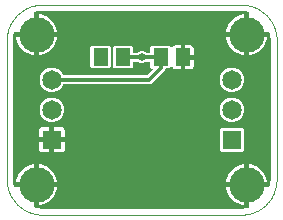
<source format=gbl>
G04 EAGLE Gerber RS-274X export*
G75*
%MOMM*%
%FSLAX35Y35*%
%LPD*%
%INcopper_bottom*%
%IPPOS*%
%AMOC8*
5,1,8,0,0,1.08239X$1,22.5*%
G01*
%ADD10C,0.000000*%
%ADD11R,1.300000X1.500000*%
%ADD12R,1.650000X1.650000*%
%ADD13C,1.650000*%
%ADD14C,0.650000*%
%ADD15C,3.000000*%
%ADD16C,0.350000*%
%ADD17C,0.381000*%

G36*
X3762753Y812060D02*
X3762753Y812060D01*
X3763121Y812031D01*
X3800646Y814983D01*
X3802048Y815297D01*
X3802951Y815441D01*
X3823088Y821980D01*
X3823524Y822194D01*
X3823993Y822323D01*
X3824786Y822812D01*
X3825621Y823221D01*
X3825980Y823548D01*
X3826394Y823803D01*
X3827019Y824494D01*
X3827707Y825121D01*
X3827961Y825535D01*
X3828287Y825896D01*
X3828694Y826734D01*
X3829180Y827527D01*
X3829307Y827996D01*
X3829520Y828433D01*
X3829646Y829240D01*
X3829921Y830249D01*
X3829910Y830923D01*
X3829999Y831491D01*
X3829999Y996001D01*
X3993402Y996001D01*
X3993878Y996068D01*
X3994360Y996047D01*
X3995271Y996267D01*
X3996195Y996399D01*
X3996633Y996597D01*
X3997103Y996711D01*
X3997914Y997176D01*
X3998765Y997561D01*
X3999132Y997874D01*
X3999550Y998114D01*
X4000198Y998787D01*
X4000909Y999395D01*
X4001173Y999798D01*
X4001508Y1000145D01*
X4001879Y1000875D01*
X4002455Y1001755D01*
X4002651Y1002394D01*
X4002910Y1002904D01*
X4008863Y1021189D01*
X4009112Y1022609D01*
X4009323Y1023493D01*
X4012305Y1061015D01*
X4012279Y1061433D01*
X4012337Y1061799D01*
X4012357Y1086605D01*
X4012365Y1086657D01*
X4013658Y2236075D01*
X4013658Y2236076D01*
X4013662Y2239739D01*
X4013603Y2240155D01*
X4013632Y2240524D01*
X4010714Y2278096D01*
X4010400Y2279506D01*
X4010257Y2280404D01*
X4004206Y2299081D01*
X4003992Y2299519D01*
X4003861Y2299993D01*
X4003373Y2300784D01*
X4002967Y2301616D01*
X4002638Y2301977D01*
X4002381Y2302394D01*
X4001693Y2303017D01*
X4001069Y2303703D01*
X4000652Y2303958D01*
X4000288Y2304287D01*
X3999453Y2304693D01*
X3998663Y2305177D01*
X3998192Y2305306D01*
X3997751Y2305520D01*
X3996948Y2305646D01*
X3995942Y2305921D01*
X3995264Y2305909D01*
X3994694Y2305999D01*
X3829999Y2305999D01*
X3829999Y2470941D01*
X3829930Y2471421D01*
X3829952Y2471904D01*
X3829732Y2472812D01*
X3829601Y2473734D01*
X3829402Y2474175D01*
X3829287Y2474646D01*
X3828822Y2475456D01*
X3828438Y2476305D01*
X3828123Y2476673D01*
X3827883Y2477093D01*
X3827211Y2477739D01*
X3826604Y2478449D01*
X3826199Y2478714D01*
X3825851Y2479050D01*
X3825122Y2479420D01*
X3824244Y2479995D01*
X3823603Y2480191D01*
X3823091Y2480451D01*
X3804326Y2486552D01*
X3802904Y2486800D01*
X3802018Y2487011D01*
X3764449Y2489968D01*
X3764031Y2489942D01*
X3763665Y2489999D01*
X3763176Y2489999D01*
X3738817Y2489998D01*
X3738811Y2489999D01*
X2078000Y2489999D01*
X2077584Y2489940D01*
X2077215Y2489968D01*
X2039671Y2487014D01*
X2038268Y2486700D01*
X2037366Y2486555D01*
X2018910Y2480559D01*
X2018475Y2480345D01*
X2018007Y2480216D01*
X2017213Y2479727D01*
X2016377Y2479317D01*
X2016018Y2478990D01*
X2015605Y2478736D01*
X2014980Y2478045D01*
X2014291Y2477417D01*
X2014038Y2477004D01*
X2013712Y2476643D01*
X2013305Y2475804D01*
X2012819Y2475011D01*
X2012692Y2474543D01*
X2012479Y2474106D01*
X2012353Y2473299D01*
X2012078Y2472288D01*
X2012089Y2471616D01*
X2012001Y2471049D01*
X2012001Y2305999D01*
X1846951Y2305999D01*
X1846471Y2305930D01*
X1845986Y2305952D01*
X1845079Y2305732D01*
X1844158Y2305601D01*
X1843716Y2305401D01*
X1843244Y2305286D01*
X1842437Y2304823D01*
X1841587Y2304438D01*
X1841219Y2304123D01*
X1840798Y2303882D01*
X1840152Y2303210D01*
X1839443Y2302604D01*
X1839178Y2302198D01*
X1838841Y2301849D01*
X1838472Y2301122D01*
X1837898Y2300244D01*
X1837701Y2299601D01*
X1837441Y2299089D01*
X1831444Y2280634D01*
X1831196Y2279211D01*
X1830986Y2278328D01*
X1828031Y2240784D01*
X1828058Y2240366D01*
X1828000Y2240000D01*
X1828000Y1062000D01*
X1828060Y1061584D01*
X1828031Y1061216D01*
X1830986Y1023671D01*
X1831300Y1022268D01*
X1831444Y1021366D01*
X1837441Y1002910D01*
X1837654Y1002475D01*
X1837783Y1002007D01*
X1838273Y1001213D01*
X1838683Y1000377D01*
X1839009Y1000018D01*
X1839264Y999605D01*
X1839955Y998980D01*
X1840583Y998291D01*
X1840996Y998038D01*
X1841356Y997712D01*
X1842195Y997305D01*
X1842989Y996819D01*
X1843457Y996692D01*
X1843894Y996479D01*
X1844701Y996353D01*
X1845711Y996078D01*
X1846384Y996089D01*
X1846951Y996001D01*
X2012001Y996001D01*
X2012001Y830951D01*
X2012069Y830471D01*
X2012047Y829986D01*
X2012268Y829079D01*
X2012399Y828158D01*
X2012599Y827716D01*
X2012713Y827244D01*
X2013177Y826437D01*
X2013561Y825587D01*
X2013876Y825219D01*
X2014118Y824798D01*
X2014789Y824152D01*
X2015395Y823443D01*
X2015801Y823178D01*
X2016150Y822841D01*
X2016878Y822472D01*
X2017755Y821898D01*
X2018398Y821701D01*
X2018910Y821441D01*
X2037365Y815444D01*
X2038788Y815196D01*
X2039671Y814986D01*
X2077215Y812031D01*
X2077634Y812058D01*
X2078000Y812000D01*
X3762337Y812000D01*
X3762753Y812060D01*
G37*
%LPC*%
G36*
X2138611Y1802499D02*
X2138611Y1802499D01*
X2100938Y1818104D01*
X2072104Y1846938D01*
X2056499Y1884611D01*
X2056499Y1925389D01*
X2072104Y1963062D01*
X2100938Y1991896D01*
X2138611Y2007500D01*
X2179389Y2007500D01*
X2217062Y1991896D01*
X2245896Y1963062D01*
X2251855Y1948673D01*
X2251901Y1948595D01*
X2251926Y1948506D01*
X2252621Y1947378D01*
X2253292Y1946245D01*
X2253358Y1946182D01*
X2253406Y1946105D01*
X2254384Y1945220D01*
X2255349Y1944315D01*
X2255431Y1944273D01*
X2255499Y1944212D01*
X2256690Y1943633D01*
X2257864Y1943036D01*
X2257953Y1943019D01*
X2258036Y1942979D01*
X2258779Y1942863D01*
X2260636Y1942511D01*
X2260879Y1942534D01*
X2261093Y1942500D01*
X2964825Y1942500D01*
X2965771Y1942635D01*
X2966729Y1942683D01*
X2967164Y1942834D01*
X2967618Y1942898D01*
X2968490Y1943293D01*
X2969395Y1943606D01*
X2969741Y1943858D01*
X2970188Y1944061D01*
X2971168Y1944899D01*
X2971895Y1945429D01*
X3009896Y1983429D01*
X3010089Y1983686D01*
X3010333Y1983895D01*
X3010932Y1984810D01*
X3011589Y1985686D01*
X3011703Y1985987D01*
X3011879Y1986255D01*
X3012199Y1987301D01*
X3012585Y1988325D01*
X3012610Y1988645D01*
X3012704Y1988953D01*
X3012719Y1990047D01*
X3012804Y1991138D01*
X3012739Y1991453D01*
X3012743Y1991774D01*
X3012452Y1992829D01*
X3012229Y1993900D01*
X3012078Y1994183D01*
X3011993Y1994493D01*
X3011417Y1995427D01*
X3010905Y1996391D01*
X3010681Y1996621D01*
X3010513Y1996895D01*
X3009701Y1997629D01*
X3008938Y1998414D01*
X3008658Y1998573D01*
X3008492Y1998723D01*
X2994999Y2012215D01*
X2994999Y2048000D01*
X2994909Y2048634D01*
X2994918Y2049274D01*
X2994711Y2050024D01*
X2994601Y2050793D01*
X2994338Y2051375D01*
X2994168Y2051993D01*
X2993759Y2052656D01*
X2993439Y2053364D01*
X2993023Y2053850D01*
X2992687Y2054395D01*
X2992110Y2054917D01*
X2991605Y2055508D01*
X2991070Y2055858D01*
X2990595Y2056288D01*
X2989894Y2056628D01*
X2989245Y2057053D01*
X2988634Y2057241D01*
X2988057Y2057521D01*
X2987363Y2057629D01*
X2986547Y2057879D01*
X2985693Y2057891D01*
X2985000Y2057999D01*
X2961888Y2057999D01*
X2960939Y2057864D01*
X2959984Y2057816D01*
X2959550Y2057666D01*
X2959095Y2057601D01*
X2958222Y2057207D01*
X2957318Y2056894D01*
X2956972Y2056641D01*
X2956524Y2056439D01*
X2955544Y2055601D01*
X2954818Y2055071D01*
X2950739Y2050992D01*
X2931443Y2042999D01*
X2910557Y2042999D01*
X2891261Y2050992D01*
X2887182Y2055071D01*
X2886417Y2055645D01*
X2885706Y2056288D01*
X2885292Y2056489D01*
X2884926Y2056764D01*
X2884032Y2057101D01*
X2883169Y2057521D01*
X2882745Y2057587D01*
X2882286Y2057760D01*
X2881001Y2057860D01*
X2880112Y2057999D01*
X2857000Y2057999D01*
X2856366Y2057909D01*
X2855726Y2057918D01*
X2854976Y2057711D01*
X2854207Y2057601D01*
X2853624Y2057338D01*
X2853006Y2057168D01*
X2852343Y2056759D01*
X2851636Y2056439D01*
X2851150Y2056023D01*
X2850605Y2055687D01*
X2850083Y2055110D01*
X2849492Y2054605D01*
X2849142Y2054070D01*
X2848712Y2053595D01*
X2848372Y2052894D01*
X2847946Y2052245D01*
X2847759Y2051634D01*
X2847479Y2051057D01*
X2847370Y2050363D01*
X2847121Y2049547D01*
X2847109Y2048693D01*
X2847000Y2048000D01*
X2847000Y2012215D01*
X2835284Y2000499D01*
X2688715Y2000499D01*
X2676999Y2012215D01*
X2676999Y2178784D01*
X2688715Y2190500D01*
X2835284Y2190500D01*
X2847000Y2178784D01*
X2847000Y2143000D01*
X2847091Y2142366D01*
X2847082Y2141726D01*
X2847289Y2140976D01*
X2847398Y2140207D01*
X2847662Y2139624D01*
X2847832Y2139006D01*
X2848241Y2138343D01*
X2848561Y2137636D01*
X2848976Y2137150D01*
X2849313Y2136605D01*
X2849889Y2136083D01*
X2850395Y2135492D01*
X2850930Y2135142D01*
X2851405Y2134712D01*
X2852105Y2134372D01*
X2852755Y2133946D01*
X2853366Y2133759D01*
X2853943Y2133479D01*
X2854636Y2133370D01*
X2855453Y2133121D01*
X2856306Y2133109D01*
X2857000Y2133000D01*
X2880112Y2133000D01*
X2881060Y2133136D01*
X2882016Y2133183D01*
X2882449Y2133333D01*
X2882905Y2133398D01*
X2883778Y2133793D01*
X2884682Y2134106D01*
X2885028Y2134358D01*
X2885475Y2134561D01*
X2886455Y2135399D01*
X2887182Y2135929D01*
X2891261Y2140008D01*
X2910557Y2148000D01*
X2931443Y2148000D01*
X2950739Y2140008D01*
X2954818Y2135929D01*
X2955583Y2135355D01*
X2956293Y2134712D01*
X2956708Y2134511D01*
X2957074Y2134236D01*
X2957968Y2133898D01*
X2958831Y2133479D01*
X2959255Y2133413D01*
X2959713Y2133240D01*
X2960999Y2133140D01*
X2961888Y2133000D01*
X2985000Y2133000D01*
X2985634Y2133091D01*
X2986274Y2133082D01*
X2987024Y2133289D01*
X2987793Y2133398D01*
X2988375Y2133662D01*
X2988993Y2133832D01*
X2989656Y2134241D01*
X2990364Y2134561D01*
X2990850Y2134976D01*
X2991395Y2135313D01*
X2991917Y2135889D01*
X2992508Y2136395D01*
X2992858Y2136930D01*
X2993288Y2137405D01*
X2993628Y2138105D01*
X2994053Y2138755D01*
X2994241Y2139366D01*
X2994521Y2139943D01*
X2994629Y2140636D01*
X2994879Y2141453D01*
X2994891Y2142306D01*
X2994999Y2143000D01*
X2994999Y2178784D01*
X3006715Y2190500D01*
X3153284Y2190500D01*
X3165582Y2178202D01*
X3166009Y2177882D01*
X3166373Y2177491D01*
X3167133Y2177038D01*
X3167838Y2176509D01*
X3168338Y2176320D01*
X3168797Y2176047D01*
X3169653Y2175824D01*
X3170478Y2175513D01*
X3171010Y2175471D01*
X3171528Y2175337D01*
X3172411Y2175362D01*
X3173291Y2175294D01*
X3173814Y2175403D01*
X3174348Y2175418D01*
X3175189Y2175689D01*
X3176053Y2175869D01*
X3176524Y2176120D01*
X3177033Y2176284D01*
X3177764Y2176779D01*
X3178544Y2177193D01*
X3178927Y2177566D01*
X3179369Y2177865D01*
X3179860Y2178473D01*
X3180567Y2179160D01*
X3180927Y2179795D01*
X3181313Y2180273D01*
X3184674Y2186096D01*
X3189403Y2190825D01*
X3195195Y2194169D01*
X3201656Y2195900D01*
X3250001Y2195900D01*
X3250001Y2105501D01*
X3250091Y2104867D01*
X3250083Y2104227D01*
X3250289Y2103477D01*
X3250399Y2102708D01*
X3250662Y2102126D01*
X3250833Y2101508D01*
X3251242Y2100845D01*
X3251561Y2100137D01*
X3251977Y2099651D01*
X3252313Y2099106D01*
X3252890Y2098584D01*
X3253395Y2097993D01*
X3253931Y2097643D01*
X3254406Y2097213D01*
X3255106Y2096873D01*
X3255755Y2096448D01*
X3256367Y2096260D01*
X3256943Y2095980D01*
X3257637Y2095872D01*
X3258453Y2095622D01*
X3259307Y2095610D01*
X3260000Y2095502D01*
X3270002Y2095502D01*
X3270002Y2095498D01*
X3260000Y2095498D01*
X3259367Y2095408D01*
X3258727Y2095417D01*
X3257977Y2095210D01*
X3257207Y2095100D01*
X3256625Y2094837D01*
X3256007Y2094666D01*
X3255344Y2094258D01*
X3254637Y2093938D01*
X3254151Y2093522D01*
X3253605Y2093186D01*
X3253084Y2092609D01*
X3252493Y2092104D01*
X3252142Y2091568D01*
X3251713Y2091093D01*
X3251372Y2090393D01*
X3250947Y2089744D01*
X3250760Y2089133D01*
X3250480Y2088556D01*
X3250371Y2087862D01*
X3250121Y2087046D01*
X3250109Y2086192D01*
X3250001Y2085499D01*
X3250001Y1995099D01*
X3201656Y1995099D01*
X3195195Y1996831D01*
X3189403Y2000174D01*
X3184674Y2004903D01*
X3181313Y2010727D01*
X3180983Y2011147D01*
X3180732Y2011618D01*
X3180117Y2012251D01*
X3179572Y2012946D01*
X3179137Y2013258D01*
X3178765Y2013641D01*
X3177999Y2014075D01*
X3177280Y2014592D01*
X3176775Y2014770D01*
X3176311Y2015033D01*
X3175453Y2015237D01*
X3174619Y2015531D01*
X3174086Y2015561D01*
X3173566Y2015684D01*
X3172685Y2015640D01*
X3171803Y2015690D01*
X3171282Y2015570D01*
X3170748Y2015543D01*
X3169914Y2015254D01*
X3169053Y2015056D01*
X3168587Y2014795D01*
X3168083Y2014621D01*
X3167451Y2014160D01*
X3166591Y2013679D01*
X3166079Y2013160D01*
X3165582Y2012798D01*
X3153284Y2000499D01*
X3127500Y2000499D01*
X3126866Y2000409D01*
X3126226Y2000418D01*
X3125476Y2000211D01*
X3124707Y2000101D01*
X3124124Y1999838D01*
X3123506Y1999668D01*
X3122843Y1999259D01*
X3122136Y1998939D01*
X3121650Y1998523D01*
X3121105Y1998187D01*
X3120583Y1997610D01*
X3119992Y1997105D01*
X3119642Y1996570D01*
X3119212Y1996095D01*
X3118872Y1995394D01*
X3118446Y1994745D01*
X3118259Y1994134D01*
X3117979Y1993557D01*
X3117870Y1992863D01*
X3117621Y1992047D01*
X3117609Y1991193D01*
X3117500Y1990500D01*
X3117500Y1984967D01*
X3000033Y1867499D01*
X2261093Y1867499D01*
X2261003Y1867487D01*
X2260912Y1867498D01*
X2259606Y1867287D01*
X2258300Y1867101D01*
X2258217Y1867063D01*
X2258127Y1867049D01*
X2256937Y1866485D01*
X2255730Y1865939D01*
X2255660Y1865879D01*
X2255578Y1865840D01*
X2254592Y1864965D01*
X2253586Y1864105D01*
X2253536Y1864028D01*
X2253468Y1863968D01*
X2253077Y1863328D01*
X2252040Y1861745D01*
X2251969Y1861513D01*
X2251855Y1861327D01*
X2245896Y1846938D01*
X2217062Y1818104D01*
X2179389Y1802499D01*
X2138611Y1802499D01*
G37*
%LPD*%
%LPC*%
G36*
X3592215Y1294499D02*
X3592215Y1294499D01*
X3580499Y1306215D01*
X3580499Y1487784D01*
X3592215Y1499500D01*
X3773784Y1499500D01*
X3785500Y1487784D01*
X3785500Y1306215D01*
X3773784Y1294499D01*
X3592215Y1294499D01*
G37*
%LPD*%
%LPC*%
G36*
X3662611Y1802499D02*
X3662611Y1802499D01*
X3624938Y1818104D01*
X3596104Y1846938D01*
X3580499Y1884611D01*
X3580499Y1925389D01*
X3596104Y1963062D01*
X3624938Y1991896D01*
X3662611Y2007500D01*
X3703389Y2007500D01*
X3741062Y1991896D01*
X3769896Y1963062D01*
X3785500Y1925389D01*
X3785500Y1884611D01*
X3769896Y1846938D01*
X3741062Y1818104D01*
X3703389Y1802499D01*
X3662611Y1802499D01*
G37*
%LPD*%
%LPC*%
G36*
X3662611Y1548499D02*
X3662611Y1548499D01*
X3624938Y1564104D01*
X3596104Y1592938D01*
X3580499Y1630611D01*
X3580499Y1671389D01*
X3596104Y1709062D01*
X3624938Y1737896D01*
X3662611Y1753500D01*
X3703389Y1753500D01*
X3741062Y1737896D01*
X3769896Y1709062D01*
X3785500Y1671389D01*
X3785500Y1630611D01*
X3769896Y1592938D01*
X3741062Y1564104D01*
X3703389Y1548499D01*
X3662611Y1548499D01*
G37*
%LPD*%
%LPC*%
G36*
X2138611Y1548499D02*
X2138611Y1548499D01*
X2100938Y1564104D01*
X2072104Y1592938D01*
X2056499Y1630611D01*
X2056499Y1671389D01*
X2072104Y1709062D01*
X2100938Y1737896D01*
X2138611Y1753500D01*
X2179389Y1753500D01*
X2217062Y1737896D01*
X2245896Y1709062D01*
X2261500Y1671389D01*
X2261500Y1630611D01*
X2245896Y1592938D01*
X2217062Y1564104D01*
X2179389Y1548499D01*
X2138611Y1548499D01*
G37*
%LPD*%
%LPC*%
G36*
X2498715Y2000499D02*
X2498715Y2000499D01*
X2486999Y2012215D01*
X2486999Y2178784D01*
X2498715Y2190500D01*
X2645284Y2190500D01*
X2657000Y2178784D01*
X2657000Y2012215D01*
X2645284Y2000499D01*
X2498715Y2000499D01*
G37*
%LPD*%
%LPC*%
G36*
X2051999Y2305999D02*
X2051999Y2305999D01*
X2051999Y2460281D01*
X2066291Y2458399D01*
X2088503Y2452448D01*
X2109744Y2443649D01*
X2129656Y2432153D01*
X2147898Y2418156D01*
X2164156Y2401898D01*
X2178153Y2383656D01*
X2189649Y2363744D01*
X2198448Y2342503D01*
X2204399Y2320291D01*
X2206281Y2305999D01*
X2051999Y2305999D01*
G37*
%LPD*%
%LPC*%
G36*
X2051999Y1035999D02*
X2051999Y1035999D01*
X2051999Y1190281D01*
X2066291Y1188399D01*
X2088503Y1182448D01*
X2109744Y1173649D01*
X2129656Y1162153D01*
X2147898Y1148156D01*
X2164156Y1131898D01*
X2178153Y1113656D01*
X2189649Y1093744D01*
X2198448Y1072503D01*
X2204399Y1050291D01*
X2206281Y1035999D01*
X2051999Y1035999D01*
G37*
%LPD*%
%LPC*%
G36*
X3829999Y1035999D02*
X3829999Y1035999D01*
X3829999Y1190281D01*
X3844291Y1188399D01*
X3866503Y1182448D01*
X3887744Y1173649D01*
X3907656Y1162153D01*
X3925898Y1148156D01*
X3942156Y1131898D01*
X3956153Y1113656D01*
X3967649Y1093744D01*
X3976448Y1072503D01*
X3982399Y1050291D01*
X3984281Y1035999D01*
X3829999Y1035999D01*
G37*
%LPD*%
%LPC*%
G36*
X3635719Y2305999D02*
X3635719Y2305999D01*
X3637600Y2320291D01*
X3643552Y2342503D01*
X3652350Y2363744D01*
X3663847Y2383656D01*
X3677844Y2401898D01*
X3694102Y2418156D01*
X3712344Y2432153D01*
X3732256Y2443649D01*
X3753497Y2452448D01*
X3775709Y2458399D01*
X3790001Y2460281D01*
X3790001Y2305999D01*
X3635719Y2305999D01*
G37*
%LPD*%
%LPC*%
G36*
X3829999Y2266001D02*
X3829999Y2266001D01*
X3984281Y2266001D01*
X3982399Y2251709D01*
X3976448Y2229497D01*
X3967649Y2208256D01*
X3956153Y2188344D01*
X3942156Y2170102D01*
X3925898Y2153844D01*
X3907656Y2139847D01*
X3887744Y2128350D01*
X3866503Y2119552D01*
X3844291Y2113600D01*
X3829999Y2111719D01*
X3829999Y2266001D01*
G37*
%LPD*%
%LPC*%
G36*
X2051999Y2266001D02*
X2051999Y2266001D01*
X2206281Y2266001D01*
X2204399Y2251709D01*
X2198448Y2229497D01*
X2189649Y2208256D01*
X2178153Y2188344D01*
X2164156Y2170102D01*
X2147898Y2153844D01*
X2129656Y2139847D01*
X2109744Y2128350D01*
X2088503Y2119552D01*
X2066291Y2113600D01*
X2051999Y2111719D01*
X2051999Y2266001D01*
G37*
%LPD*%
%LPC*%
G36*
X1857719Y1035999D02*
X1857719Y1035999D01*
X1859600Y1050291D01*
X1865552Y1072503D01*
X1874350Y1093744D01*
X1885847Y1113656D01*
X1899844Y1131898D01*
X1916102Y1148156D01*
X1934344Y1162153D01*
X1954256Y1173649D01*
X1975497Y1182448D01*
X1997709Y1188399D01*
X2012001Y1190281D01*
X2012001Y1035999D01*
X1857719Y1035999D01*
G37*
%LPD*%
%LPC*%
G36*
X3635719Y1035999D02*
X3635719Y1035999D01*
X3637600Y1050291D01*
X3643552Y1072503D01*
X3652350Y1093744D01*
X3663847Y1113656D01*
X3677844Y1131898D01*
X3694102Y1148156D01*
X3712344Y1162153D01*
X3732256Y1173649D01*
X3753497Y1182448D01*
X3775709Y1188399D01*
X3790001Y1190281D01*
X3790001Y1035999D01*
X3635719Y1035999D01*
G37*
%LPD*%
%LPC*%
G36*
X2051999Y996001D02*
X2051999Y996001D01*
X2206281Y996001D01*
X2204399Y981709D01*
X2198448Y959497D01*
X2189649Y938256D01*
X2178153Y918344D01*
X2164156Y900102D01*
X2147898Y883844D01*
X2129656Y869847D01*
X2109744Y858350D01*
X2088503Y849552D01*
X2066291Y843600D01*
X2051999Y841719D01*
X2051999Y996001D01*
G37*
%LPD*%
%LPC*%
G36*
X3775709Y2113600D02*
X3775709Y2113600D01*
X3753497Y2119552D01*
X3732256Y2128350D01*
X3712344Y2139847D01*
X3694102Y2153844D01*
X3677844Y2170102D01*
X3663847Y2188344D01*
X3652350Y2208256D01*
X3643552Y2229497D01*
X3637600Y2251709D01*
X3635719Y2266001D01*
X3790001Y2266001D01*
X3790001Y2111719D01*
X3775709Y2113600D01*
G37*
%LPD*%
%LPC*%
G36*
X1997709Y2113600D02*
X1997709Y2113600D01*
X1975497Y2119552D01*
X1954256Y2128350D01*
X1934344Y2139847D01*
X1916102Y2153844D01*
X1899844Y2170102D01*
X1885847Y2188344D01*
X1874350Y2208256D01*
X1865552Y2229497D01*
X1859600Y2251709D01*
X1857719Y2266001D01*
X2012001Y2266001D01*
X2012001Y2111719D01*
X1997709Y2113600D01*
G37*
%LPD*%
%LPC*%
G36*
X3775709Y843600D02*
X3775709Y843600D01*
X3753497Y849552D01*
X3732256Y858350D01*
X3712344Y869847D01*
X3694102Y883844D01*
X3677844Y900102D01*
X3663847Y918344D01*
X3652350Y938256D01*
X3643552Y959497D01*
X3637600Y981709D01*
X3635719Y996001D01*
X3790001Y996001D01*
X3790001Y841719D01*
X3775709Y843600D01*
G37*
%LPD*%
%LPC*%
G36*
X2178999Y1416999D02*
X2178999Y1416999D01*
X2178999Y1504900D01*
X2244843Y1504900D01*
X2251305Y1503169D01*
X2257096Y1499825D01*
X2261825Y1495096D01*
X2265169Y1489305D01*
X2266900Y1482843D01*
X2266900Y1416999D01*
X2178999Y1416999D01*
G37*
%LPD*%
%LPC*%
G36*
X2051099Y1416999D02*
X2051099Y1416999D01*
X2051099Y1482843D01*
X2052831Y1489305D01*
X2056174Y1495096D01*
X2060903Y1499825D01*
X2066695Y1503169D01*
X2073156Y1504900D01*
X2139001Y1504900D01*
X2139001Y1416999D01*
X2051099Y1416999D01*
G37*
%LPD*%
%LPC*%
G36*
X2178999Y1289099D02*
X2178999Y1289099D01*
X2178999Y1377001D01*
X2266900Y1377001D01*
X2266900Y1311156D01*
X2265169Y1304695D01*
X2261825Y1298903D01*
X2257096Y1294174D01*
X2251305Y1290831D01*
X2244843Y1289099D01*
X2178999Y1289099D01*
G37*
%LPD*%
%LPC*%
G36*
X2073156Y1289099D02*
X2073156Y1289099D01*
X2066695Y1290831D01*
X2060903Y1294174D01*
X2056174Y1298903D01*
X2052831Y1304695D01*
X2051099Y1311156D01*
X2051099Y1377001D01*
X2139001Y1377001D01*
X2139001Y1289099D01*
X2073156Y1289099D01*
G37*
%LPD*%
%LPC*%
G36*
X3289998Y2115498D02*
X3289998Y2115498D01*
X3289998Y2195900D01*
X3338343Y2195900D01*
X3344805Y2194169D01*
X3350596Y2190825D01*
X3355325Y2186096D01*
X3358669Y2180305D01*
X3360400Y2173843D01*
X3360400Y2115498D01*
X3289998Y2115498D01*
G37*
%LPD*%
%LPC*%
G36*
X3289998Y1995099D02*
X3289998Y1995099D01*
X3289998Y2075501D01*
X3360400Y2075501D01*
X3360400Y2017156D01*
X3358669Y2010695D01*
X3355325Y2004903D01*
X3350596Y2000174D01*
X3344805Y1996831D01*
X3338343Y1995099D01*
X3289998Y1995099D01*
G37*
%LPD*%
%LPC*%
G36*
X3809998Y2285998D02*
X3809998Y2285998D01*
X3809998Y2286002D01*
X3810002Y2286002D01*
X3810002Y2285998D01*
X3809998Y2285998D01*
G37*
%LPD*%
%LPC*%
G36*
X2031998Y2285998D02*
X2031998Y2285998D01*
X2031998Y2286002D01*
X2032002Y2286002D01*
X2032002Y2285998D01*
X2031998Y2285998D01*
G37*
%LPD*%
%LPC*%
G36*
X2158998Y1396998D02*
X2158998Y1396998D01*
X2158998Y1397002D01*
X2159002Y1397002D01*
X2159002Y1396998D01*
X2158998Y1396998D01*
G37*
%LPD*%
%LPC*%
G36*
X3809998Y1015998D02*
X3809998Y1015998D01*
X3809998Y1016002D01*
X3810002Y1016002D01*
X3810002Y1015998D01*
X3809998Y1015998D01*
G37*
%LPD*%
%LPC*%
G36*
X2031998Y1015998D02*
X2031998Y1015998D01*
X2031998Y1016002D01*
X2032002Y1016002D01*
X2032002Y1015998D01*
X2031998Y1015998D01*
G37*
%LPD*%
D10*
X1778000Y2240000D02*
X1778000Y1062000D01*
X1778088Y1054751D01*
X1778350Y1047506D01*
X1778788Y1040270D01*
X1779401Y1033046D01*
X1780187Y1025839D01*
X1781148Y1018653D01*
X1782282Y1011493D01*
X1783589Y1004362D01*
X1785068Y997265D01*
X1786717Y990205D01*
X1788537Y983188D01*
X1790526Y976216D01*
X1792683Y969295D01*
X1795006Y962428D01*
X1797495Y955619D01*
X1800148Y948872D01*
X1802962Y942191D01*
X1805938Y935580D01*
X1809072Y929043D01*
X1812363Y922583D01*
X1815810Y916205D01*
X1819409Y909912D01*
X1823160Y903708D01*
X1827059Y897596D01*
X1831105Y891581D01*
X1835295Y885664D01*
X1839627Y879851D01*
X1844098Y874144D01*
X1848705Y868547D01*
X1853447Y863063D01*
X1858319Y857695D01*
X1863320Y852447D01*
X1868447Y847320D01*
X1873695Y842319D01*
X1879063Y837447D01*
X1884547Y832705D01*
X1890144Y828098D01*
X1895851Y823627D01*
X1901664Y819295D01*
X1907581Y815105D01*
X1913596Y811059D01*
X1919708Y807160D01*
X1925912Y803409D01*
X1932205Y799810D01*
X1938583Y796363D01*
X1945043Y793072D01*
X1951580Y789938D01*
X1958191Y786962D01*
X1964872Y784148D01*
X1971619Y781495D01*
X1978428Y779006D01*
X1985295Y776683D01*
X1992216Y774526D01*
X1999188Y772537D01*
X2006205Y770717D01*
X2013265Y769068D01*
X2020362Y767589D01*
X2027493Y766282D01*
X2034653Y765148D01*
X2041839Y764187D01*
X2049046Y763401D01*
X2056270Y762788D01*
X2063506Y762350D01*
X2070751Y762088D01*
X2078000Y762000D01*
X3762337Y762000D01*
X3769696Y762090D01*
X3777050Y762361D01*
X3784395Y762812D01*
X3791727Y763443D01*
X3799042Y764254D01*
X3806334Y765244D01*
X3813600Y766412D01*
X3820835Y767759D01*
X3828034Y769282D01*
X3835195Y770981D01*
X3842311Y772856D01*
X3849379Y774905D01*
X3856395Y777126D01*
X3863354Y779519D01*
X3870253Y782082D01*
X3877086Y784813D01*
X3883851Y787711D01*
X3890542Y790774D01*
X3897157Y794001D01*
X3903690Y797388D01*
X3910138Y800935D01*
X3916497Y804639D01*
X3922763Y808498D01*
X3928933Y812509D01*
X3935003Y816670D01*
X3940968Y820980D01*
X3946827Y825434D01*
X3952574Y830030D01*
X3958206Y834766D01*
X3963721Y839639D01*
X3969115Y844646D01*
X3974384Y849783D01*
X3979526Y855048D01*
X3984537Y860438D01*
X3989414Y865949D01*
X3994154Y871578D01*
X3998755Y877321D01*
X4003214Y883176D01*
X4007528Y889138D01*
X4011694Y895204D01*
X4015711Y901371D01*
X4019574Y907634D01*
X4023283Y913990D01*
X4026835Y920435D01*
X4030228Y926966D01*
X4033460Y933577D01*
X4036528Y940266D01*
X4039432Y947028D01*
X4042169Y953860D01*
X4044737Y960756D01*
X4047135Y967714D01*
X4049362Y974728D01*
X4051417Y981794D01*
X4053297Y988909D01*
X4055002Y996068D01*
X4056531Y1003267D01*
X4057884Y1010501D01*
X4059058Y1017765D01*
X4060054Y1025057D01*
X4060870Y1032371D01*
X4061507Y1039702D01*
X4061964Y1047047D01*
X4062241Y1054401D01*
X4062337Y1061760D01*
X4063662Y2239685D01*
X4063582Y2246939D01*
X4063327Y2254189D01*
X4062896Y2261431D01*
X4062291Y2268660D01*
X4061511Y2275872D01*
X4060557Y2283064D01*
X4059429Y2290230D01*
X4058128Y2297367D01*
X4056655Y2304471D01*
X4055010Y2311536D01*
X4053196Y2318560D01*
X4051212Y2325538D01*
X4049059Y2332466D01*
X4046740Y2339340D01*
X4044256Y2346156D01*
X4041607Y2352910D01*
X4038796Y2359598D01*
X4035823Y2366215D01*
X4032692Y2372759D01*
X4029403Y2379226D01*
X4025959Y2385611D01*
X4022362Y2391910D01*
X4018613Y2398121D01*
X4014715Y2404240D01*
X4010671Y2410262D01*
X4006482Y2416185D01*
X4002151Y2422005D01*
X3997680Y2427718D01*
X3993073Y2433322D01*
X3988331Y2438813D01*
X3983458Y2444187D01*
X3978457Y2449442D01*
X3973330Y2454574D01*
X3968080Y2459581D01*
X3962711Y2464460D01*
X3957225Y2469207D01*
X3951626Y2473821D01*
X3945918Y2478297D01*
X3940102Y2482634D01*
X3934184Y2486830D01*
X3928166Y2490881D01*
X3922051Y2494785D01*
X3915844Y2498540D01*
X3909548Y2502144D01*
X3903167Y2505595D01*
X3896704Y2508890D01*
X3890163Y2512029D01*
X3883549Y2515008D01*
X3876864Y2517826D01*
X3870113Y2520482D01*
X3863300Y2522974D01*
X3856428Y2525300D01*
X3849503Y2527460D01*
X3842527Y2529451D01*
X3835505Y2531273D01*
X3828441Y2532925D01*
X3821339Y2534405D01*
X3814203Y2535714D01*
X3807038Y2536849D01*
X3799848Y2537811D01*
X3792636Y2538599D01*
X3785407Y2539212D01*
X3778166Y2539650D01*
X3770916Y2539913D01*
X3763662Y2540000D01*
X3763663Y2540000D02*
X2078000Y2540000D01*
X2070751Y2539912D01*
X2063506Y2539650D01*
X2056270Y2539212D01*
X2049046Y2538599D01*
X2041839Y2537813D01*
X2034653Y2536852D01*
X2027493Y2535718D01*
X2020362Y2534411D01*
X2013265Y2532932D01*
X2006205Y2531283D01*
X1999188Y2529463D01*
X1992216Y2527474D01*
X1985295Y2525317D01*
X1978428Y2522994D01*
X1971619Y2520505D01*
X1964872Y2517852D01*
X1958191Y2515038D01*
X1951580Y2512062D01*
X1945043Y2508928D01*
X1938583Y2505637D01*
X1932205Y2502190D01*
X1925912Y2498591D01*
X1919708Y2494840D01*
X1913596Y2490941D01*
X1907581Y2486895D01*
X1901664Y2482705D01*
X1895851Y2478373D01*
X1890144Y2473902D01*
X1884547Y2469295D01*
X1879063Y2464553D01*
X1873695Y2459681D01*
X1868447Y2454680D01*
X1863320Y2449553D01*
X1858319Y2444305D01*
X1853447Y2438937D01*
X1848705Y2433453D01*
X1844098Y2427856D01*
X1839627Y2422149D01*
X1835295Y2416336D01*
X1831105Y2410419D01*
X1827059Y2404404D01*
X1823160Y2398292D01*
X1819409Y2392088D01*
X1815810Y2385795D01*
X1812363Y2379417D01*
X1809072Y2372957D01*
X1805938Y2366420D01*
X1802962Y2359809D01*
X1800148Y2353128D01*
X1797495Y2346381D01*
X1795006Y2339572D01*
X1792683Y2332705D01*
X1790526Y2325784D01*
X1788537Y2318812D01*
X1786717Y2311795D01*
X1785068Y2304735D01*
X1783589Y2297638D01*
X1782282Y2290507D01*
X1781148Y2283347D01*
X1780187Y2276161D01*
X1779401Y2268954D01*
X1778788Y2261730D01*
X1778350Y2254494D01*
X1778088Y2247249D01*
X1778000Y2240000D01*
D11*
X2572000Y2095500D03*
X2762000Y2095500D03*
X3080000Y2095500D03*
X3270000Y2095500D03*
D12*
X3683000Y1397000D03*
D13*
X3683000Y1651000D03*
X3683000Y1905000D03*
D12*
X2159000Y1397000D03*
D13*
X2159000Y1651000D03*
X2159000Y1905000D03*
D14*
X2572000Y2095500D03*
D15*
X2032000Y2286000D03*
X3810000Y2286000D03*
X2032000Y1016000D03*
X3810000Y1016000D03*
D16*
X2921000Y2095500D02*
X2762000Y2095500D01*
X2921000Y2095500D02*
X3111500Y2095500D01*
D14*
X2921000Y2095500D03*
D16*
X2984500Y1905000D02*
X2159000Y1905000D01*
X2984500Y1905000D02*
X3080000Y2000500D01*
X3080000Y2095500D01*
D17*
X3111500Y2095500D01*
M02*

</source>
